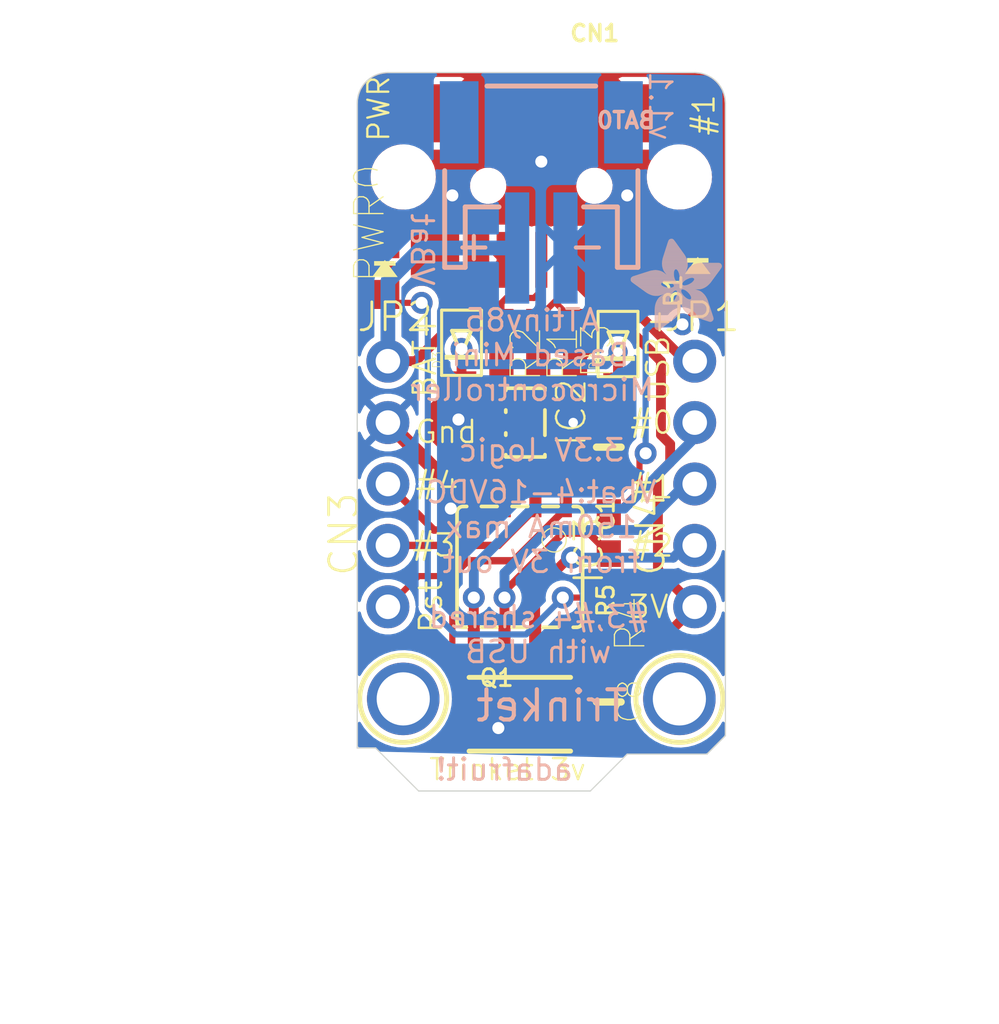
<source format=kicad_pcb>
(kicad_pcb (version 20221018) (generator pcbnew)
  (layers (0 "F.Cu" signal) (1 "In1.Cu" signal) (2 "In2.Cu" signal) (3 "In3.Cu" signal) (4 "In4.Cu" signal) (5 "In5.Cu" signal) (6 "In6.Cu" signal) (7 "In7.Cu" signal) (8 "In8.Cu" signal) (9 "In9.Cu" signal) (10 "In10.Cu" signal) (11 "In11.Cu" signal) (12 "In12.Cu" signal) (13 "In13.Cu" signal) (14 "In14.Cu" signal) (31 "B.Cu" signal) (34 "B.Paste" user) (35 "F.Paste" user) (36 "B.SilkS" user "B.Silkscreen") (37 "F.SilkS" user "F.Silkscreen") (38 "B.Mask" user) (39 "F.Mask" user) (44 "Edge.Cuts" user))
  (net 0 "")
  (net 1 "GND")
  (net 2 "+3V3")
  (net 3 "D+")
  (net 4 "D-")
  (net 5 "VBUS")
  (net 6 "B0")
  (net 7 "B2")
  (net 8 "B1")
  (net 9 "N$6")
  (net 10 "VBAT")
  (net 11 "N$7")
  (net 12 "RESET")
  (net 13 "B3")
  (net 14 "B4")
  (net 15 "N$1")
  (footprint "" (layer "F.Cu") (at 142.7861 94.4626)
    (fp_text reference "@HOLE0" hide)
    (fp_text value "" (at 0 0) (layer "F.SilkS") (effects (font (size 1.27 1.27))))
    (pad "" np_thru_hole circle (at 0 0) (size 2.2 2.2) (drill 2.2) (layers "*.Cu" "*.Mask"))
  )
  (footprint "working:0603-NO" (layer "F.Cu") (at 151.2951 109.1946 -90)
    (fp_text reference "R5" (at 2.032 0.127 90) (layer "F.SilkS") (effects (font (size 0.692831 0.692831) (thickness 0.119969)) (justify right)))
    (fp_text value "470 (0603)")
    (pad "1" smd rect (at -0.85 0 270) (size 1.1 1) (layers "F.Cu" "F.Paste" "F.Mask") (net 15 "N$1"))
    (pad "2" smd rect (at 0.85 0 270) (size 1.1 1) (layers "F.Cu" "F.Paste" "F.Mask") (net 8 "B1"))
  )
  (footprint "working:0603-NO" (layer "F.Cu") (at 151.2951 112.6236 -90)
    (fp_text reference "R4" (at -0.889 -0.889 90) (layer "F.SilkS") (effects (font (size 1.21668 1.21668) (thickness 0.05332)) (justify right)))
    (fp_text value "470 (0603)")
    (pad "1" smd rect (at -0.85 0 270) (size 1.1 1) (layers "F.Cu" "F.Paste" "F.Mask") (net 9 "N$6"))
    (pad "2" smd rect (at 0.85 0 270) (size 1.1 1) (layers "F.Cu" "F.Paste" "F.Mask") (net 2 "+3V3"))
  )
  (footprint "working:MOUNTINGHOLE_2.0_PLATED" (layer "F.Cu") (at 154.2161 116.0526)
    (fp_text reference "U$9" hide)
    (fp_text value "MOUNTINGHOLE2.0" hide)
    (pad "P$1" thru_hole circle (at 0 0) (size 3 3) (drill 2.2) (layers "*.Cu" "*.Mask"))
    (zone (net 0) (net_name "") (layer "F.Cu") (connect_pads (clearance 0)) (min_thickness 0.25)
      (keepout (tracks not_allowed) (vias not_allowed) (pads not_allowed) (copperpour not_allowed) (footprints allowed))
      (fill (thermal_gap 0.5) (thermal_bridge_width 0.5))
      (polygon (pts (xy 156.2321 116.0526) (xy 156.21248 115.772027) (xy 156.154004 115.496915) (xy 156.057808 115.232619) (xy 155.925765 114.984283) (xy 155.760446 114.75674) (xy 155.565067 114.55442) (xy 155.343433 114.38126) (xy 155.099856 114.240631) (xy 154.839078 114.13527) (xy 154.566175 114.067228) (xy 154.286457 114.037828) (xy 154.005371 114.047644) (xy 153.728385 114.096484) (xy 153.460893 114.183397) (xy 153.2081 114.306693) (xy 152.974926 114.46397) (xy 152.765911 114.652169) (xy 152.585122 114.867625) (xy 152.436078 115.106145) (xy 152.32168 115.363087) (xy 152.244154 115.63345) (xy 152.205011 115.911971) (xy 152.205011 116.193229) (xy 152.244154 116.47175) (xy 152.32168 116.742113) (xy 152.436078 116.999055) (xy 152.585122 117.237575) (xy 152.765911 117.453031) (xy 152.974926 117.64123) (xy 153.2081 117.798507) (xy 153.460893 117.921803) (xy 153.728385 118.008716) (xy 154.005371 118.057556) (xy 154.286457 118.067372) (xy 154.566175 118.037972) (xy 154.839078 117.96993) (xy 155.099856 117.864569) (xy 155.343433 117.72394) (xy 155.565067 117.55078) (xy 155.760446 117.34846) (xy 155.925765 117.120917) (xy 156.057808 116.872581) (xy 156.154004 116.608285) (xy 156.21248 116.333173)))
      (polygon (pts (xy 154.2001 116.0526) (xy 154.204786 116.063914) (xy 154.2161 116.0686) (xy 154.227414 116.063914) (xy 154.2321 116.0526) (xy 154.227414 116.041286) (xy 154.2161 116.0366) (xy 154.204786 116.041286)))
    )
    (zone (net 0) (net_name "") (layer "B.Cu") (connect_pads (clearance 0)) (min_thickness 0.25)
      (keepout (tracks not_allowed) (vias not_allowed) (pads not_allowed) (copperpour not_allowed) (footprints allowed))
      (fill (thermal_gap 0.5) (thermal_bridge_width 0.5))
      (polygon (pts (xy 156.2321 116.0526) (xy 156.21248 115.772027) (xy 156.154004 115.496915) (xy 156.057808 115.232619) (xy 155.925765 114.984283) (xy 155.760446 114.75674) (xy 155.565067 114.55442) (xy 155.343433 114.38126) (xy 155.099856 114.240631) (xy 154.839078 114.13527) (xy 154.566175 114.067228) (xy 154.286457 114.037828) (xy 154.005371 114.047644) (xy 153.728385 114.096484) (xy 153.460893 114.183397) (xy 153.2081 114.306693) (xy 152.974926 114.46397) (xy 152.765911 114.652169) (xy 152.585122 114.867625) (xy 152.436078 115.106145) (xy 152.32168 115.363087) (xy 152.244154 115.63345) (xy 152.205011 115.911971) (xy 152.205011 116.193229) (xy 152.244154 116.47175) (xy 152.32168 116.742113) (xy 152.436078 116.999055) (xy 152.585122 117.237575) (xy 152.765911 117.453031) (xy 152.974926 117.64123) (xy 153.2081 117.798507) (xy 153.460893 117.921803) (xy 153.728385 118.008716) (xy 154.005371 118.057556) (xy 154.286457 118.067372) (xy 154.566175 118.037972) (xy 154.839078 117.96993) (xy 155.099856 117.864569) (xy 155.343433 117.72394) (xy 155.565067 117.55078) (xy 155.760446 117.34846) (xy 155.925765 117.120917) (xy 156.057808 116.872581) (xy 156.154004 116.608285) (xy 156.21248 116.333173)))
      (polygon (pts (xy 154.2001 116.0526) (xy 154.204786 116.063914) (xy 154.2161 116.0686) (xy 154.227414 116.063914) (xy 154.2321 116.0526) (xy 154.227414 116.041286) (xy 154.2161 116.0366) (xy 154.204786 116.041286)))
    )
  )
  (footprint "working:SOT23-5L" (layer "F.Cu") (at 147.8407 104.6226 -90)
    (fp_text reference "IC2" (at -1.905 -1.905 90) (layer "F.SilkS") (effects (font (size 1.176528 1.176528) (thickness 0.093472)) (justify right)))
    (fp_text value "MIC5225-3.3v")
    (pad "1" smd rect (at -0.95 1.3 270) (size 0.55 1.2) (layers "F.Cu" "F.Paste" "F.Mask") (net 11 "N$7"))
    (pad "2" smd rect (at 0 1.3 270) (size 0.55 1.2) (layers "F.Cu" "F.Paste" "F.Mask") (net 1 "GND"))
    (pad "3" smd rect (at 0.95 1.3 270) (size 0.55 1.2) (layers "F.Cu" "F.Paste" "F.Mask") (net 11 "N$7"))
    (pad "4" smd rect (at 0.95 -1.3 270) (size 0.55 1.2) (layers "F.Cu" "F.Paste" "F.Mask"))
    (pad "5" smd rect (at -0.95 -1.3 270) (size 0.55 1.2) (layers "F.Cu" "F.Paste" "F.Mask") (net 2 "+3V3"))
  )
  (footprint "working:0603-NO" (layer "F.Cu") (at 149.8981 101.3206 -90)
    (fp_text reference "R3" (at -0.889 -0.889 90) (layer "F.SilkS") (effects (font (size 1.21668 1.21668) (thickness 0.05332)) (justify right)))
    (fp_text value "1.5K (0603)")
    (pad "1" smd rect (at -0.85 0 270) (size 1.1 1) (layers "F.Cu" "F.Paste" "F.Mask") (net 4 "D-"))
    (pad "2" smd rect (at 0.85 0 270) (size 1.1 1) (layers "F.Cu" "F.Paste" "F.Mask") (net 2 "+3V3"))
  )
  (footprint "working:1X01-CLEANBIG" (layer "F.Cu") (at 154.8511 102.0826)
    (fp_text reference "JP1" (at -1.3462 -1.8288) (layer "F.SilkS") (effects (font (size 1.1557 1.1557) (thickness 0.1143)) (justify left)))
    (fp_text value "")
    (pad "1" thru_hole circle (at 0 0) (size 1.778 1.778) (drill 1.016) (layers "*.Cu" "*.Mask") (net 5 "VBUS"))
  )
  (footprint "working:USB-MINIB" (layer "F.Cu") (at 148.5011 93.8276 180)
    (fp_text reference "CN1" (at -3.31 5.699 180) (layer "F.SilkS") (effects (font (size 0.666496 0.666496) (thickness 0.146304)) (justify right top)))
    (fp_text value "")
    (pad "" np_thru_hole circle (at -2.2 -1 180) (size 1 1) (drill 1) (layers "*.Cu" "*.Mask"))
    (pad "" np_thru_hole circle (at 2.2 -1 180) (size 1 1) (drill 1) (layers "*.Cu" "*.Mask"))
    (pad "D+" smd rect (at 0 -4.064) (size 0.5 2.308) (layers "F.Cu" "F.Paste" "F.Mask") (net 3 "D+"))
    (pad "D-" smd rect (at -0.8 -4.064) (size 0.5 2.308) (layers "F.Cu" "F.Paste" "F.Mask") (net 4 "D-"))
    (pad "GND" smd rect (at 1.6 -4.064) (size 0.5 2.308) (layers "F.Cu" "F.Paste" "F.Mask") (net 1 "GND"))
    (pad "GND1" smd rect (at -4.4 2 180) (size 2 2.4) (layers "F.Cu" "F.Paste" "F.Mask") (net 1 "GND"))
    (pad "GND2" smd rect (at -4.4 -3.5 180) (size 2 2.4) (layers "F.Cu" "F.Paste" "F.Mask") (net 1 "GND"))
    (pad "GND3" smd rect (at 4.4 -3.5 180) (size 2 2.4) (layers "F.Cu" "F.Paste" "F.Mask") (net 1 "GND"))
    (pad "GND4" smd rect (at 4.4 2 180) (size 2 2.4) (layers "F.Cu" "F.Paste" "F.Mask") (net 1 "GND"))
    (pad "ID" smd rect (at 0.8 -4.064) (size 0.5 2.308) (layers "F.Cu" "F.Paste" "F.Mask"))
    (pad "VBUS" smd rect (at -1.6 -4.064) (size 0.5 2.308) (layers "F.Cu" "F.Paste" "F.Mask") (net 5 "VBUS"))
  )
  (footprint "working:SOIC8" (layer "F.Cu") (at 147.6121 110.5916 180)
    (fp_text reference "IC3" (at -2.8575 2.159 90) (layer "F.SilkS") (effects (font (size 1.1557 1.1557) (thickness 0.1143)) (justify right)))
    (fp_text value "ATTINY85-20S")
    (pad "1" smd rect (at -1.905 3.154 180) (size 0.5 2.2) (layers "F.Cu" "F.Paste" "F.Mask") (net 12 "RESET"))
    (pad "2" smd rect (at -0.645 3.154 180) (size 0.5 2.2) (layers "F.Cu" "F.Paste" "F.Mask") (net 13 "B3"))
    (pad "3" smd rect (at 0.625 3.154 180) (size 0.5 2.2) (layers "F.Cu" "F.Paste" "F.Mask") (net 14 "B4"))
    (pad "4" smd rect (at 1.895 3.154 180) (size 0.5 2.2) (layers "F.Cu" "F.Paste" "F.Mask") (net 1 "GND"))
    (pad "5" smd rect (at 1.905 -3.154 180) (size 0.5 2.2) (layers "F.Cu" "F.Paste" "F.Mask") (net 6 "B0"))
    (pad "6" smd rect (at 0.635 -3.154 180) (size 0.5 2.2) (layers "F.Cu" "F.Paste" "F.Mask") (net 8 "B1"))
    (pad "7" smd rect (at -0.635 -3.154 180) (size 0.5 2.2) (layers "F.Cu" "F.Paste" "F.Mask") (net 7 "B2"))
    (pad "8" smd rect (at -1.905 -3.154 180) (size 0.5 2.2) (layers "F.Cu" "F.Paste" "F.Mask") (net 2 "+3V3"))
  )
  (footprint "working:FIDUCIAL_1MM" (layer "F.Cu") (at 148.0566 116.4336)
    (fp_text reference "U$6" hide)
    (fp_text value "FIDUCIAL" hide)
    (pad "1" smd roundrect (at 0 0) (size 1 1) (layers "F.Cu") (roundrect_rratio 0.5))
    (zone (net 0) (net_name "") (layer "F.Cu") (connect_pads (clearance 0)) (min_thickness 0.25)
      (keepout (tracks not_allowed) (vias not_allowed) (pads not_allowed) (copperpour not_allowed) (footprints allowed))
      (fill (thermal_gap 0.5) (thermal_bridge_width 0.5))
      (polygon (pts (xy 147.0566 116.4336) (xy 147.0566 116.4336) (xy 147.075815 116.62869) (xy 147.13272 116.816283) (xy 147.22513 116.98917) (xy 147.349493 117.140707) (xy 147.50103 117.26507) (xy 147.673917 117.35748) (xy 148.0566 117.4336) (xy 148.0566 117.4336) (xy 148.25169 117.414385) (xy 148.439283 117.35748) (xy 148.61217 117.26507) (xy 148.763707 117.140707) (xy 148.88807 116.98917) (xy 148.98048 116.816283) (xy 149.0566 116.4336) (xy 149.0566 116.4336) (xy 149.037385 116.23851) (xy 148.98048 116.050917) (xy 148.88807 115.87803) (xy 148.763707 115.726493) (xy 148.61217 115.60213) (xy 148.439283 115.50972) (xy 148.0566 115.4336) (xy 148.0566 115.4336) (xy 147.86151 115.452815) (xy 147.673917 115.50972) (xy 147.50103 115.60213) (xy 147.349493 115.726493) (xy 147.22513 115.87803) (xy 147.13272 116.050917)))
    )
  )
  (footprint "working:CHIPLED_0805_NOOUTLINE" (layer "F.Cu") (at 154.9781 98.1456)
    (fp_text reference "B1" (at -1.016 1.778 90) (layer "F.SilkS") (effects (font (size 0.692831 0.692831) (thickness 0.119969)) (justify left)))
    (fp_text value "red")
    (pad "A" smd rect (at 0 1.05) (size 1.2 1.2) (layers "F.Cu" "F.Paste" "F.Mask") (net 15 "N$1"))
    (pad "C" smd rect (at 0 -1.05) (size 1.2 1.2) (layers "F.Cu" "F.Paste" "F.Mask") (net 1 "GND"))
  )
  (footprint "working:CHIPLED_0805_NOOUTLINE" (layer "F.Cu") (at 142.0241 98.2726)
    (fp_text reference "PWR0" (at -0.635 0.635 90) (layer "F.SilkS") (effects (font (size 1.21668 1.21668) (thickness 0.05332)) (justify left)))
    (fp_text value "green")
    (pad "A" smd rect (at 0 1.05) (size 1.2 1.2) (layers "F.Cu" "F.Paste" "F.Mask") (net 9 "N$6"))
    (pad "C" smd rect (at 0 -1.05) (size 1.2 1.2) (layers "F.Cu" "F.Paste" "F.Mask") (net 1 "GND"))
  )
  (footprint "working:SOD-123FL" (layer "F.Cu") (at 145.1991 101.3206 90)
    (fp_text reference "D3" (at -1.1 -1 90) (layer "F.SilkS") (effects (font (size 0.376489 0.376489) (thickness 0.029911)) (justify left)))
    (fp_text value "SCHOTTKY")
    (pad "A" smd rect (at 1.6375 0 90) (size 0.91 1.22) (layers "F.Cu" "F.Paste" "F.Mask") (net 10 "VBAT"))
    (pad "C" smd rect (at -1.6375 0 90) (size 0.91 1.22) (layers "F.Cu" "F.Paste" "F.Mask") (net 11 "N$7"))
  )
  (footprint "working:MOUNTINGHOLE_2.0_PLATED" (layer "F.Cu") (at 142.7861 116.0526)
    (fp_text reference "U$8" hide)
    (fp_text value "MOUNTINGHOLE2.0" hide)
    (pad "P$1" thru_hole circle (at 0 0) (size 3 3) (drill 2.2) (layers "*.Cu" "*.Mask"))
    (zone (net 0) (net_name "") (layer "F.Cu") (connect_pads (clearance 0)) (min_thickness 0.25)
      (keepout (tracks not_allowed) (vias not_allowed) (pads not_allowed) (copperpour not_allowed) (footprints allowed))
      (fill (thermal_gap 0.5) (thermal_bridge_width 0.5))
      (polygon (pts (xy 144.8021 116.0526) (xy 144.78248 115.772027) (xy 144.724004 115.496915) (xy 144.627808 115.232619) (xy 144.495765 114.984283) (xy 144.330446 114.75674) (xy 144.135067 114.55442) (xy 143.913433 114.38126) (xy 143.669856 114.240631) (xy 143.409078 114.13527) (xy 143.136175 114.067228) (xy 142.856457 114.037828) (xy 142.575371 114.047644) (xy 142.298385 114.096484) (xy 142.030893 114.183397) (xy 141.7781 114.306693) (xy 141.544926 114.46397) (xy 141.335911 114.652169) (xy 141.155122 114.867625) (xy 141.006078 115.106145) (xy 140.89168 115.363087) (xy 140.814154 115.63345) (xy 140.775011 115.911971) (xy 140.775011 116.193229) (xy 140.814154 116.47175) (xy 140.89168 116.742113) (xy 141.006078 116.999055) (xy 141.155122 117.237575) (xy 141.335911 117.453031) (xy 141.544926 117.64123) (xy 141.7781 117.798507) (xy 142.030893 117.921803) (xy 142.298385 118.008716) (xy 142.575371 118.057556) (xy 142.856457 118.067372) (xy 143.136175 118.037972) (xy 143.409078 117.96993) (xy 143.669856 117.864569) (xy 143.913433 117.72394) (xy 144.135067 117.55078) (xy 144.330446 117.34846) (xy 144.495765 117.120917) (xy 144.627808 116.872581) (xy 144.724004 116.608285) (xy 144.78248 116.333173)))
      (polygon (pts (xy 142.7701 116.0526) (xy 142.774786 116.063914) (xy 142.7861 116.0686) (xy 142.797414 116.063914) (xy 142.8021 116.0526) (xy 142.797414 116.041286) (xy 142.7861 116.0366) (xy 142.774786 116.041286)))
    )
    (zone (net 0) (net_name "") (layer "B.Cu") (connect_pads (clearance 0)) (min_thickness 0.25)
      (keepout (tracks not_allowed) (vias not_allowed) (pads not_allowed) (copperpour not_allowed) (footprints allowed))
      (fill (thermal_gap 0.5) (thermal_bridge_width 0.5))
      (polygon (pts (xy 144.8021 116.0526) (xy 144.78248 115.772027) (xy 144.724004 115.496915) (xy 144.627808 115.232619) (xy 144.495765 114.984283) (xy 144.330446 114.75674) (xy 144.135067 114.55442) (xy 143.913433 114.38126) (xy 143.669856 114.240631) (xy 143.409078 114.13527) (xy 143.136175 114.067228) (xy 142.856457 114.037828) (xy 142.575371 114.047644) (xy 142.298385 114.096484) (xy 142.030893 114.183397) (xy 141.7781 114.306693) (xy 141.544926 114.46397) (xy 141.335911 114.652169) (xy 141.155122 114.867625) (xy 141.006078 115.106145) (xy 140.89168 115.363087) (xy 140.814154 115.63345) (xy 140.775011 115.911971) (xy 140.775011 116.193229) (xy 140.814154 116.47175) (xy 140.89168 116.742113) (xy 141.006078 116.999055) (xy 141.155122 117.237575) (xy 141.335911 117.453031) (xy 141.544926 117.64123) (xy 141.7781 117.798507) (xy 142.030893 117.921803) (xy 142.298385 118.008716) (xy 142.575371 118.057556) (xy 142.856457 118.067372) (xy 143.136175 118.037972) (xy 143.409078 117.96993) (xy 143.669856 117.864569) (xy 143.913433 117.72394) (xy 144.135067 117.55078) (xy 144.330446 117.34846) (xy 144.495765 117.120917) (xy 144.627808 116.872581) (xy 144.724004 116.608285) (xy 144.78248 116.333173)))
      (polygon (pts (xy 142.7701 116.0526) (xy 142.774786 116.063914) (xy 142.7861 116.0686) (xy 142.797414 116.063914) (xy 142.8021 116.0526) (xy 142.797414 116.041286) (xy 142.7861 116.0366) (xy 142.774786 116.041286)))
    )
  )
  (footprint "working:1X04-CLEANBIG" (layer "F.Cu") (at 154.8511 108.4326 90)
    (fp_text reference "CN4" (at -2.6162 -1.8288 90) (layer "F.SilkS") (effects (font (size 1.1557 1.1557) (thickness 0.1143)) (justify left)))
    (fp_text value "1X4-CLEANBIG" hide)
    (pad "1" thru_hole circle (at -3.81 0 180) (size 1.778 1.778) (drill 1.016) (layers "*.Cu" "*.Mask") (net 2 "+3V3"))
    (pad "2" thru_hole circle (at -1.27 0 180) (size 1.778 1.778) (drill 1.016) (layers "*.Cu" "*.Mask") (net 7 "B2"))
    (pad "3" thru_hole circle (at 1.27 0 180) (size 1.778 1.778) (drill 1.016) (layers "*.Cu" "*.Mask") (net 8 "B1"))
    (pad "4" thru_hole circle (at 3.81 0 180) (size 1.778 1.778) (drill 1.016) (layers "*.Cu" "*.Mask") (net 6 "B0"))
  )
  (footprint "working:1X01-CLEANBIG" (layer "F.Cu") (at 142.1511 102.0826)
    (fp_text reference "JP2" (at -1.3462 -1.8288) (layer "F.SilkS") (effects (font (size 1.1557 1.1557) (thickness 0.1143)) (justify left)))
    (fp_text value "")
    (pad "1" thru_hole circle (at 0 0) (size 1.778 1.778) (drill 1.016) (layers "*.Cu" "*.Mask") (net 10 "VBAT"))
  )
  (footprint "working:0805-NO" (layer "F.Cu") (at 151.2951 116.1796 -90)
    (fp_text reference "C8" (at -1 -0.875 90) (layer "F.SilkS") (effects (font (size 0.96268 0.96268) (thickness 0.05332)) (justify right)))
    (fp_text value "10uF")
    (pad "1" smd rect (at -0.95 0 270) (size 1.3 1.5) (layers "F.Cu" "F.Paste" "F.Mask") (net 2 "+3V3"))
    (pad "2" smd rect (at 0.95 0 270) (size 1.3 1.5) (layers "F.Cu" "F.Paste" "F.Mask") (net 1 "GND"))
  )
  (footprint "working:0603-NO" (layer "F.Cu") (at 146.8501 101.3206 -90)
    (fp_text reference "R2" (at -0.762 -1.016 90) (layer "F.SilkS") (effects (font (size 1.21668 1.21668) (thickness 0.05332)) (justify right)))
    (fp_text value "68 (0603)")
    (pad "1" smd rect (at -0.85 0 270) (size 1.1 1) (layers "F.Cu" "F.Paste" "F.Mask") (net 3 "D+"))
    (pad "2" smd rect (at 0.85 0 270) (size 1.1 1) (layers "F.Cu" "F.Paste" "F.Mask") (net 14 "B4"))
  )
  (footprint "working:SOD-123FL" (layer "F.Cu") (at 151.6761 101.3714 90)
    (fp_text reference "D2" (at -1.1 -1 90) (layer "F.SilkS") (effects (font (size 0.376489 0.376489) (thickness 0.029911)) (justify left)))
    (fp_text value "SCHOTTKY")
    (pad "A" smd rect (at 1.6375 0 90) (size 0.91 1.22) (layers "F.Cu" "F.Paste" "F.Mask") (net 5 "VBUS"))
    (pad "C" smd rect (at -1.6375 0 90) (size 0.91 1.22) (layers "F.Cu" "F.Paste" "F.Mask") (net 11 "N$7"))
  )
  (footprint "working:0603-NO" (layer "F.Cu") (at 148.3741 101.3206 -90)
    (fp_text reference "R1" (at -0.762 -1.016 90) (layer "F.SilkS") (effects (font (size 1.21668 1.21668) (thickness 0.05332)) (justify right)))
    (fp_text value "68 (0603)")
    (pad "1" smd rect (at -0.85 0 270) (size 1.1 1) (layers "F.Cu" "F.Paste" "F.Mask") (net 4 "D-"))
    (pad "2" smd rect (at 0.85 0 270) (size 1.1 1) (layers "F.Cu" "F.Paste" "F.Mask") (net 13 "B3"))
  )
  (footprint "working:BTN_KMR2_4.6X2.8" (layer "F.Cu") (at 147.6121 116.6876)
    (fp_text reference "Q1" (at -1.732 -1.503) (layer "F.SilkS") (effects (font (size 0.692831 0.692831) (thickness 0.119969)) (justify left)))
    (fp_text value "reset")
    (pad "A" smd rect (at 2.05 -0.8) (size 0.9 1) (layers "F.Cu" "F.Paste" "F.Mask") (net 12 "RESET"))
    (pad "A'" smd rect (at -2.05 -0.8) (size 0.9 1) (layers "F.Cu" "F.Paste" "F.Mask") (net 12 "RESET"))
    (pad "B" smd rect (at 2.05 0.8) (size 0.9 1) (layers "F.Cu" "F.Paste" "F.Mask") (net 1 "GND"))
    (pad "B'" smd rect (at -2.05 0.8) (size 0.9 1) (layers "F.Cu" "F.Paste" "F.Mask") (net 1 "GND"))
  )
  (footprint "working:FIDUCIAL_1MM" (layer "F.Cu") (at 148.5011 91.1606)
    (fp_text reference "U$1" hide)
    (fp_text value "FIDUCIAL" hide)
    (pad "1" smd roundrect (at 0 0) (size 1 1) (layers "F.Cu") (roundrect_rratio 0.5))
    (zone (net 0) (net_name "") (layer "F.Cu") (connect_pads (clearance 0)) (min_thickness 0.25)
      (keepout (tracks not_allowed) (vias not_allowed) (pads not_allowed) (copperpour not_allowed) (footprints allowed))
      (fill (thermal_gap 0.5) (thermal_bridge_width 0.5))
      (polygon (pts (xy 147.5011 91.1606) (xy 147.5011 91.1606) (xy 147.520315 91.35569) (xy 147.57722 91.543283) (xy 147.66963 91.71617) (xy 147.793993 91.867707) (xy 147.94553 91.99207) (xy 148.118417 92.08448) (xy 148.5011 92.1606) (xy 148.5011 92.1606) (xy 148.69619 92.141385) (xy 148.883783 92.08448) (xy 149.05667 91.99207) (xy 149.208207 91.867707) (xy 149.33257 91.71617) (xy 149.42498 91.543283) (xy 149.5011 91.1606) (xy 149.5011 91.1606) (xy 149.481885 90.96551) (xy 149.42498 90.777917) (xy 149.33257 90.60503) (xy 149.208207 90.453493) (xy 149.05667 90.32913) (xy 148.883783 90.23672) (xy 148.5011 90.1606) (xy 148.5011 90.1606) (xy 148.30601 90.179815) (xy 148.118417 90.23672) (xy 147.94553 90.32913) (xy 147.793993 90.453493) (xy 147.66963 90.60503) (xy 147.57722 90.777917)))
    )
  )
  (footprint "" (layer "F.Cu") (at 154.2161 94.4626)
    (fp_text reference "@HOLE1" hide)
    (fp_text value "" (at 0 0) (layer "F.SilkS") (effects (font (size 1.27 1.27))))
    (pad "" np_thru_hole circle (at 0 0) (size 2.2 2.2) (drill 2.2) (layers "*.Cu" "*.Mask"))
  )
  (footprint "working:0805-NO" (layer "F.Cu") (at 151.2951 105.6386 -90)
    (fp_text reference "C1" (at 2.032 0.127 90) (layer "F.SilkS") (effects (font (size 0.692831 0.692831) (thickness 0.119969)) (justify right)))
    (fp_text value "10uF")
    (pad "1" smd rect (at -0.95 0 270) (size 1.3 1.5) (layers "F.Cu" "F.Paste" "F.Mask") (net 11 "N$7"))
    (pad "2" smd rect (at 0.95 0 270) (size 1.3 1.5) (layers "F.Cu" "F.Paste" "F.Mask") (net 1 "GND"))
  )
  (footprint "working:1X04-CLEANBIG" (layer "F.Cu") (at 142.1511 108.4326 90)
    (fp_text reference "CN3" (at -2.6162 -1.8288 90) (layer "F.SilkS") (effects (font (size 1.1557 1.1557) (thickness 0.1143)) (justify left)))
    (fp_text value "1X4-CLEANBIG" hide)
    (pad "1" thru_hole circle (at -3.81 0 180) (size 1.778 1.778) (drill 1.016) (layers "*.Cu" "*.Mask") (net 12 "RESET"))
    (pad "2" thru_hole circle (at -1.27 0 180) (size 1.778 1.778) (drill 1.016) (layers "*.Cu" "*.Mask") (net 13 "B3"))
    (pad "3" thru_hole circle (at 1.27 0 180) (size 1.778 1.778) (drill 1.016) (layers "*.Cu" "*.Mask") (net 14 "B4"))
    (pad "4" thru_hole circle (at 3.81 0 180) (size 1.778 1.778) (drill 1.016) (layers "*.Cu" "*.Mask") (net 1 "GND"))
  )
  (footprint "working:JSTPH2" (layer "B.Cu") (at 148.5011 93.7006 180)
    (fp_text reference "BAT0" (at -2.2225 1.9685) (layer "B.SilkS") (effects (font (size 0.666496 0.666496) (thickness 0.146304)) (justify right top mirror)))
    (fp_text value "")
    (pad "1" smd rect (at -1 -3.7 180) (size 1 4.6) (layers "B.Cu" "B.Paste" "B.Mask") (net 1 "GND"))
    (pad "2" smd rect (at 1 -3.7 180) (size 1 4.6) (layers "B.Cu" "B.Paste" "B.Mask") (net 10 "VBAT"))
    (pad "NC1" smd rect (at -3.4 1.5 90) (size 3.4 1.6) (layers "B.Cu" "B.Paste" "B.Mask"))
    (pad "NC2" smd rect (at 3.4 1.5 90) (size 3.4 1.6) (layers "B.Cu" "B.Paste" "B.Mask"))
  )
  (footprint "working:ADAFRUIT_3.5MM" (layer "B.Cu") (at 155.9941 100.8126 180)
    (fp_text reference "U$5" hide)
    (fp_text value "" hide)
  )
  (gr_line (start 156.1211 91.4146) (end 156.1211 117.5766) (stroke (width 0.05)) (layer "Edge.Cuts"))
  (gr_arc (start 154.8511 90.1446) (mid 155.749126 90.516574) (end 156.1211 91.4146) (stroke (width 0.05)) (layer "Edge.Cuts"))
  (gr_line (start 142.1511 90.1446) (end 154.8511 90.1446) (stroke (width 0.05)) (layer "Edge.Cuts"))
  (gr_line (start 141.6431 118.0846) (end 140.8811 118.0846) (stroke (width 0.05)) (layer "Edge.Cuts"))
  (gr_line (start 143.4211 119.8626) (end 141.6431 118.0846) (stroke (width 0.05)) (layer "Edge.Cuts"))
  (gr_line (start 155.3591 118.3386) (end 152.0571 118.3386) (stroke (width 0.05)) (layer "Edge.Cuts"))
  (gr_line (start 156.1211 117.5766) (end 155.3591 118.3386) (stroke (width 0.05)) (layer "Edge.Cuts"))
  (gr_line (start 140.8811 118.0846) (end 140.8811 91.4146) (stroke (width 0.05)) (layer "Edge.Cuts"))
  (gr_arc (start 140.8811 91.4146) (mid 141.253074 90.516574) (end 142.1511 90.1446) (stroke (width 0.05)) (layer "Edge.Cuts"))
  (gr_line (start 152.0571 118.3386) (end 150.5331 119.8626) (stroke (width 0.05)) (layer "Edge.Cuts"))
  (gr_line (start 150.5331 119.8626) (end 143.4211 119.8626) (stroke (width 0.05)) (layer "Edge.Cuts"))
  (gr_text "v1.1" (at 153.9621 90.0176 -90) (layer "B.SilkS") (effects (font (size 0.9144 0.9144) (thickness 0.1016)) (justify right top mirror)))
  (gr_text "#3,#4 shared\nwith USB" (at 148.3741 113.3856) (layer "B.SilkS") (effects (font (size 0.89408 0.89408) (thickness 0.12192)) (justify mirror)))
  (gr_text "VBat" (at 143.0401 99.0346 -90) (layer "B.SilkS") (effects (font (size 0.89408 0.89408) (thickness 0.12192)) (justify left bottom mirror)))
  (gr_text "+" (at 146.5961 98.0186) (layer "B.SilkS") (effects (font (size 1.251712 1.251712) (thickness 0.170688)) (justify left bottom mirror)))
  (gr_text "ATtiny85\nBased Mini \nMicrocontroller" (at 148.1201 101.8286) (layer "B.SilkS") (effects (font (size 0.89408 0.89408) (thickness 0.12192)) (justify mirror)))
  (gr_text "-" (at 151.2951 98.0186) (layer "B.SilkS") (effects (font (size 1.251712 1.251712) (thickness 0.170688)) (justify left bottom mirror)))
  (gr_text "adafruit!" (at 146.9771 118.9736) (layer "B.SilkS") (effects (font (size 0.89408 0.89408) (thickness 0.12192)) (justify mirror)))
  (gr_text "Trinket" (at 152.1841 117.0686) (layer "B.SilkS") (effects (font (size 1.251712 1.251712) (thickness 0.170688)) (justify left bottom mirror)))
  (gr_text "3.3V logic" (at 148.5011 105.7656) (layer "B.SilkS") (effects (font (size 0.89408 0.89408) (thickness 0.12192)) (justify mirror)))
  (gr_text "Vbat:4-16VDC\n150mA max\nfrom 3V out" (at 148.5011 108.9406) (layer "B.SilkS") (effects (font (size 0.89408 0.89408) (thickness 0.12192)) (justify mirror)))
  (gr_text "#3" (at 144.0561 109.7026) (layer "F.SilkS") (effects (font (size 0.9144 0.9144) (thickness 0.1016))))
  (gr_text "BAT+" (at 143.6751 101.8286 90) (layer "F.SilkS") (effects (font (size 0.9144 0.9144) (thickness 0.1016))))
  (gr_text "PWR" (at 142.2781 93.0656 90) (layer "F.SilkS") (effects (font (size 0.86868 0.86868) (thickness 0.09652)) (justify left bottom)))
  (gr_text "#0" (at 153.0731 104.6226) (layer "F.SilkS") (effects (font (size 0.9144 0.9144) (thickness 0.1016))))
  (gr_text "#2" (at 153.0731 109.7026) (layer "F.SilkS") (effects (font (size 0.9144 0.9144) (thickness 0.1016))))
  (gr_text "Gnd" (at 144.5641 105.0036) (layer "F.SilkS") (effects (font (size 0.9144 0.9144) (thickness 0.1016))))
  (gr_text "USB+" (at 153.3271 101.8286 90) (layer "F.SilkS") (effects (font (size 0.9144 0.9144) (thickness 0.1016))))
  (gr_text "#1" (at 153.0731 107.2896) (layer "F.SilkS") (effects (font (size 0.9144 0.9144) (thickness 0.1016))))
  (gr_text "Rst" (at 143.9291 112.2426 90) (layer "F.SilkS") (effects (font (size 0.9144 0.9144) (thickness 0.1016))))
  (gr_text "3V" (at 152.9461 112.2426) (layer "F.SilkS") (effects (font (size 0.9144 0.9144) (thickness 0.1016))))
  (gr_text "Trinket 3v" (at 147.1041 118.9736) (layer "F.SilkS") (effects (font (size 0.86868 0.86868) (thickness 0.09652))))
  (gr_text "#1" (at 155.7401 92.8116 90) (layer "F.SilkS") (effects (font (size 0.86868 0.86868) (thickness 0.09652)) (justify left bottom)))
  (gr_text "#4" (at 144.1831 107.1626) (layer "F.SilkS") (effects (font (size 0.9144 0.9144) (thickness 0.1016))))
  (segment (start 150.8481 106.5886) (end 151.2951 106.5886) (width 0.254) (layer "F.Cu") (net 1))
  (segment (start 145.7171 108.0416) (end 144.8916 108.0416) (width 0.3048) (layer "F.Cu") (net 1))
  (segment (start 145.7171 107.4376) (end 145.7171 107.6806) (width 0.3048) (layer "F.Cu") (net 1))
  (segment (start 144.1831 106.6546) (end 145.5801 106.6546) (width 0.6096) (layer "F.Cu") (net 1))
  (segment (start 145.7171 107.6806) (end 145.7171 108.0416) (width 0.4064) (layer "F.Cu") (net 1))
  (segment (start 146.7231 117.4876) (end 146.8756 117.6401) (width 0.254) (layer "F.Cu") (net 1))
  (segment (start 145.5801 106.6546) (end 145.7171 106.7916) (width 0.3048) (layer "F.Cu") (net 1))
  (segment (start 144.8916 108.0416) (end 144.7546 108.1786) (width 0.3048) (layer "F.Cu") (net 1))
  (segment (start 149.8219 104.6226) (end 150.1521 104.9528) (width 0.254) (layer "F.Cu") (net 1))
  (segment (start 149.5171 117.6326) (end 149.6621 117.4876) (width 0.254) (layer "F.Cu") (net 1))
  (segment (start 145.5621 117.4876) (end 146.7231 117.4876) (width 0.254) (layer "F.Cu") (net 1))
  (segment (start 145.7171 106.7916) (end 145.7171 107.4376) (width 0.3048) (layer "F.Cu") (net 1))
  (segment (start 146.8756 117.6401) (end 149.5171 117.6401) (width 0.254) (layer "F.Cu") (net 1))
  (segment (start 150.1521 104.9528) (end 150.1521 105.8926) (width 0.254) (layer "F.Cu") (net 1))
  (segment (start 146.7231 117.2591) (end 146.7231 117.4876) (width 0.254) (layer "F.Cu") (net 1))
  (segment (start 146.5407 104.6226) (end 145.1991 104.6226) (width 0.4064) (layer "F.Cu") (net 1))
  (segment (start 145.1991 104.6226) (end 145.0721 104.4956) (width 0.4064) (layer "F.Cu") (net 1))
  (segment (start 149.5171 117.6401) (end 149.5171 117.6326) (width 0.254) (layer "F.Cu") (net 1))
  (segment (start 150.1521 105.8926) (end 150.8481 106.5886) (width 0.254) (layer "F.Cu") (net 1))
  (segment (start 142.1511 104.6226) (end 144.1831 106.6546) (width 0.6096) (layer "F.Cu") (net 1))
  (segment (start 150.9371 117.4876) (end 151.2951 117.1296) (width 0.4064) (layer "F.Cu") (net 1))
  (segment (start 149.6621 117.4876) (end 150.9371 117.4876) (width 0.4064) (layer "F.Cu") (net 1))
  (via (at 144.8181 95.2246) (size 0.9064) (drill 0.5) (layers "F.Cu" "B.Cu") (net 1))
  (via (at 145.0721 104.4956) (size 0.9064) (drill 0.5) (layers "F.Cu" "B.Cu") (net 1))
  (via (at 144.7546 108.1786) (size 0.9064) (drill 0.5) (layers "F.Cu" "B.Cu") (net 1))
  (via (at 146.7231 117.2591) (size 0.9064) (drill 0.5) (layers "F.Cu" "B.Cu") (net 1))
  (via (at 148.5011 93.8276) (size 0.9064) (drill 0.5) (layers "F.Cu" "B.Cu") (net 1))
  (via (at 152.0571 95.2246) (size 0.9064) (drill 0.5) (layers "F.Cu" "B.Cu") (net 1))
  (via (at 149.8219 104.6226) (size 0.8001) (drill 0.3937) (layers "F.Cu" "B.Cu") (net 1))
  (segment (start 153.4541 105.1306) (end 153.8351 105.5116) (width 0.4064) (layer "F.Cu") (net 2))
  (segment (start 149.8981 102.1706) (end 151.3831 100.6856) (width 0.4064) (layer "F.Cu") (net 2))
  (segment (start 152.0571 100.6856) (end 151.3831 100.6856) (width 0.4064) (layer "F.Cu") (net 2))
  (segment (start 151.2501 113.7456) (end 151.2501 115.1846) (width 0.4064) (layer "F.Cu") (net 2))
  (segment (start 151.2951 113.4736) (end 153.6201 113.4736) (width 0.4064) (layer "F.Cu") (net 2))
  (segment (start 153.8351 105.5116) (end 153.8351 106.2736) (width 0.4064) (layer "F.Cu") (net 2))
  (segment (start 153.4541 102.0826) (end 152.0571 100.6856) (width 0.4064) (layer "F.Cu") (net 2))
  (segment (start 151.2951 113.7006) (end 151.2951 113.4736) (width 0.254) (layer "F.Cu") (net 2))
  (segment (start 153.8351 106.2736) (end 153.3271 106.7816) (width 0.4064) (layer "F.Cu") (net 2))
  (segment (start 153.3271 106.7816) (end 153.3271 110.7186) (width 0.4064) (layer "F.Cu") (net 2))
  (segment (start 153.3271 110.7186) (end 154.8511 112.2426) (width 0.4064) (layer "F.Cu") (net 2))
  (segment (start 149.8981 103.6726) (end 149.8981 102.1706) (width 0.4064) (layer "F.Cu") (net 2))
  (segment (start 151.2501 113.7456) (end 151.2951 113.7006) (width 0.254) (layer "F.Cu") (net 2))
  (segment (start 151.2501 115.1846) (end 151.2951 115.2296) (width 0.4064) (layer "F.Cu") (net 2))
  (segment (start 153.6201 113.4736) (end 154.8511 112.2426) (width 0.4064) (layer "F.Cu") (net 2))
  (segment (start 149.5171 113.7456) (end 151.2501 113.7456) (width 0.4064) (layer "F.Cu") (net 2))
  (segment (start 149.1407 103.6726) (end 149.8981 103.6726) (width 0.4064) (layer "F.Cu") (net 2))
  (segment (start 153.4541 102.0826) (end 153.4541 105.1306) (width 0.4064) (layer "F.Cu") (net 2))
  (segment (start 148.5011 99.1616) (end 148.1963 99.4664) (width 0.254) (layer "F.Cu") (net 3))
  (segment (start 148.5011 99.1616) (end 148.5011 97.8916) (width 0.254) (layer "F.Cu") (net 3))
  (segment (start 146.8501 99.6696) (end 146.8501 100.4706) (width 0.254) (layer "F.Cu") (net 3))
  (segment (start 147.0533 99.4664) (end 146.8501 99.6696) (width 0.254) (layer "F.Cu") (net 3))
  (segment (start 148.1963 99.4664) (end 147.0533 99.4664) (width 0.254) (layer "F.Cu") (net 3))
  (segment (start 149.1361 99.5426) (end 148.3741 100.3046) (width 0.254) (layer "F.Cu") (net 4))
  (segment (start 149.1361 99.7086) (end 149.1361 99.5426) (width 0.254) (layer "F.Cu") (net 4))
  (segment (start 149.8981 100.4706) (end 149.1361 99.7086) (width 0.254) (layer "F.Cu") (net 4))
  (segment (start 148.3741 100.3046) (end 148.3741 100.4706) (width 0.254) (layer "F.Cu") (net 4))
  (segment (start 149.3011 99.3776) (end 149.1361 99.5426) (width 0.254) (layer "F.Cu") (net 4))
  (segment (start 149.3011 99.3776) (end 149.3011 97.8916) (width 0.254) (layer "F.Cu") (net 4))
  (segment (start 154.4701 102.0826) (end 152.1214 99.7339) (width 0.4064) (layer "F.Cu") (net 5))
  (segment (start 152.1214 99.7339) (end 151.6761 99.7339) (width 0.4064) (layer "F.Cu") (net 5))
  (segment (start 150.1011 98.9626) (end 150.1011 97.8916) (width 0.4064) (layer "F.Cu") (net 5))
  (segment (start 150.1011 98.9626) (end 150.8724 99.7339) (width 0.4064) (layer "F.Cu") (net 5))
  (segment (start 154.8511 102.0826) (end 154.4701 102.0826) (width 0.4064) (layer "F.Cu") (net 5))
  (segment (start 150.8724 99.7339) (end 151.6761 99.7339) (width 0.4064) (layer "F.Cu") (net 5))
  (segment (start 145.7071 113.7456) (end 145.7071 111.8616) (width 0.4064) (layer "F.Cu") (net 6))
  (via (at 145.7071 111.8616) (size 0.9064) (drill 0.5) (layers "F.Cu" "B.Cu") (net 6))
  (segment (start 145.7071 111.8616) (end 145.7071 110.5916) (width 0.4064) (layer "B.Cu") (net 6))
  (segment (start 148.1201 108.1786) (end 151.9301 108.1786) (width 0.4064) (layer "B.Cu") (net 6))
  (segment (start 151.9301 108.1786) (end 154.8511 105.2576) (width 0.4064) (layer "B.Cu") (net 6))
  (segment (start 154.8511 105.2576) (end 154.8511 104.6226) (width 0.4064) (layer "B.Cu") (net 6))
  (segment (start 154.8511 104.7496) (end 154.8511 104.6226) (width 0.4064) (layer "B.Cu") (net 6))
  (segment (start 145.7071 110.5916) (end 148.1201 108.1786) (width 0.4064) (layer "B.Cu") (net 6))
  (segment (start 148.2471 113.7456) (end 148.2471 111.6076) (width 0.4064) (layer "F.Cu") (net 7))
  (segment (start 148.2471 111.6076) (end 149.6441 110.2106) (width 0.4064) (layer "F.Cu") (net 7))
  (segment (start 149.6441 110.2106) (end 149.7711 110.2106) (width 0.4064) (layer "F.Cu") (net 7))
  (via (at 149.7711 110.2106) (size 0.9064) (drill 0.5) (layers "F.Cu" "B.Cu") (net 7))
  (segment (start 149.7711 110.2106) (end 153.9621 110.2106) (width 0.4064) (layer "B.Cu") (net 7))
  (segment (start 153.9621 110.2106) (end 154.4701 109.7026) (width 0.4064) (layer "B.Cu") (net 7))
  (segment (start 154.4701 109.7026) (end 154.8511 109.7026) (width 0.4064) (layer "B.Cu") (net 7))
  (segment (start 149.3901 109.1946) (end 146.9771 111.6076) (width 0.3048) (layer "F.Cu") (net 8))
  (segment (start 146.9771 113.7456) (end 146.9771 111.8616) (width 0.4064) (layer "F.Cu") (net 8))
  (segment (start 151.2951 110.0176) (end 151.2951 110.0446) (width 0.3048) (layer "F.Cu") (net 8))
  (segment (start 150.4721 109.1946) (end 151.2951 110.0176) (width 0.3048) (layer "F.Cu") (net 8))
  (segment (start 150.4721 109.1946) (end 149.3901 109.1946) (width 0.3048) (layer "F.Cu") (net 8))
  (segment (start 146.9771 111.6076) (end 146.9771 111.8616) (width 0.3048) (layer "F.Cu") (net 8))
  (via (at 146.9771 111.8616) (size 0.9064) (drill 0.5) (layers "F.Cu" "B.Cu") (net 8))
  (segment (start 154.4701 107.1626) (end 154.8511 107.1626) (width 0.4064) (layer "B.Cu") (net 8))
  (segment (start 152.5651 109.0676) (end 154.4701 107.1626) (width 0.4064) (layer "B.Cu") (net 8))
  (segment (start 146.9771 111.8616) (end 146.9771 110.8456) (width 0.4064) (layer "B.Cu") (net 8))
  (segment (start 146.9771 110.8456) (end 148.7551 109.0676) (width 0.4064) (layer "B.Cu") (net 8))
  (segment (start 148.7551 109.0676) (end 152.5651 109.0676) (width 0.4064) (layer "B.Cu") (net 8))
  (segment (start 142.0241 99.3226) (end 142.0581 99.3226) (width 0.254) (layer "F.Cu") (net 9))
  (segment (start 142.4051 99.6696) (end 143.5481 99.6696) (width 0.254) (layer "F.Cu") (net 9))
  (segment (start 151.2071 111.8616) (end 151.2951 111.7736) (width 0.254) (layer "F.Cu") (net 9))
  (segment (start 149.3901 111.8616) (end 151.2071 111.8616) (width 0.254) (layer "F.Cu") (net 9))
  (segment (start 142.0581 99.3226) (end 142.4051 99.6696) (width 0.254) (layer "F.Cu") (net 9))
  (via (at 143.5481 99.6696) (size 0.9064) (drill 0.5) (layers "F.Cu" "B.Cu") (net 9))
  (via (at 149.3901 111.8616) (size 0.9064) (drill 0.5) (layers "F.Cu" "B.Cu") (net 9))
  (segment (start 149.3901 111.8616) (end 147.8661 113.3856) (width 0.254) (layer "B.Cu") (net 9))
  (segment (start 143.5481 99.6696) (end 143.8021 99.9236) (width 0.254) (layer "B.Cu") (net 9))
  (segment (start 144.9451 113.3856) (end 143.8021 112.2426) (width 0.254) (layer "B.Cu") (net 9))
  (segment (start 147.8661 113.3856) (end 144.9451 113.3856) (width 0.254) (layer "B.Cu") (net 9))
  (segment (start 143.8021 112.2426) (end 143.8021 99.9236) (width 0.254) (layer "B.Cu") (net 9))
  (segment (start 145.1991 100.1776) (end 145.1991 99.6831) (width 0.4064) (layer "F.Cu") (net 10))
  (segment (start 143.2941 102.0826) (end 145.1991 100.1776) (width 0.4064) (layer "F.Cu") (net 10))
  (segment (start 142.1511 102.0826) (end 143.2941 102.0826) (width 0.4064) (layer "F.Cu") (net 10))
  (segment (start 143.5311 97.4006) (end 142.1511 98.7806) (width 0.6096) (layer "B.Cu") (net 10))
  (segment (start 147.5011 97.4006) (end 143.5311 97.4006) (width 0.6096) (layer "B.Cu") (net 10))
  (segment (start 142.1511 98.7806) (end 142.1511 102.0826) (width 0.6096) (layer "B.Cu") (net 10))
  (segment (start 151.6761 103.0089) (end 151.6761 104.3076) (width 0.4064) (layer "F.Cu") (net 11))
  (segment (start 146.5407 103.6726) (end 145.9136 103.6726) (width 0.4064) (layer "F.Cu") (net 11))
  (segment (start 146.5407 105.5726) (end 144.4371 105.5726) (width 0.4064) (layer "F.Cu") (net 11))
  (segment (start 145.1991 102.9581) (end 145.1991 101.5746) (width 0.4064) (layer "F.Cu") (net 11))
  (segment (start 151.6761 104.3076) (end 151.2951 104.6886) (width 0.4064) (layer "F.Cu") (net 11))
  (segment (start 144.0561 105.1916) (end 144.0561 103.9876) (width 0.4064) (layer "F.Cu") (net 11))
  (segment (start 144.0561 103.9876) (end 145.0856 102.9581) (width 0.4064) (layer "F.Cu") (net 11))
  (segment (start 151.6761 101.7016) (end 151.6761 103.0089) (width 0.4064) (layer "F.Cu") (net 11))
  (segment (start 145.0856 102.9581) (end 145.1991 102.9581) (width 0.4064) (layer "F.Cu") (net 11))
  (segment (start 145.9136 103.6726) (end 145.1991 102.9581) (width 0.4064) (layer "F.Cu") (net 11))
  (segment (start 144.4371 105.5726) (end 144.0561 105.1916) (width 0.4064) (layer "F.Cu") (net 11))
  (via (at 145.1991 101.5746) (size 0.9064) (drill 0.5) (layers "F.Cu" "B.Cu") (net 11))
  (via (at 151.6761 101.7016) (size 0.8001) (drill 0.3937) (layers "F.Cu" "B.Cu") (net 11))
  (segment (start 151.1681 102.2096) (end 151.6761 101.7016) (width 0.4064) (layer "B.Cu") (net 11))
  (segment (start 151.1681 102.2096) (end 145.1991 102.2096) (width 0.4064) (layer "B.Cu") (net 11))
  (segment (start 145.1991 102.2096) (end 145.1991 101.5746) (width 0.4064) (layer "B.Cu") (net 11))
  (segment (start 145.4531 110.3376) (end 147.3581 110.3376) (width 0.3048) (layer "F.Cu") (net 12))
  (segment (start 144.8181 115.1436) (end 144.8181 110.9726) (width 0.254) (layer "F.Cu") (net 12))
  (segment (start 144.8181 110.9726) (end 143.4211 110.9726) (width 0.254) (layer "F.Cu") (net 12))
  (segment (start 142.1511 112.2426) (end 142.2981 112.2426) (width 0.254) (layer "F.Cu") (net 12))
  (segment (start 146.2226 115.2271) (end 149.0016 115.2271) (width 0.254) (layer "F.Cu") (net 12))
  (segment (start 149.0016 115.2271) (end 149.6621 115.8876) (width 0.254) (layer "F.Cu") (net 12))
  (segment (start 143.4211 110.9726) (end 142.1511 112.2426) (width 0.254) (layer "F.Cu") (net 12))
  (segment (start 145.5621 115.8876) (end 144.8181 115.1436) (width 0.254) (layer "F.Cu") (net 12))
  (segment (start 149.5171 108.1786) (end 149.5171 107.4376) (width 0.3048) (layer "F.Cu") (net 12))
  (segment (start 145.5621 115.8876) (end 146.2226 115.2271) (width 0.254) (layer "F.Cu") (net 12))
  (segment (start 144.8181 110.9726) (end 145.4531 110.3376) (width 0.3048) (layer "F.Cu") (net 12))
  (segment (start 147.3581 110.3376) (end 149.5171 108.1786) (width 0.3048) (layer "F.Cu") (net 12))
  (segment (start 148.1201 103.2256) (end 148.3741 102.9716) (width 0.254) (layer "F.Cu") (net 13))
  (segment (start 148.2571 107.4376) (end 148.2571 108.1686) (width 0.254) (layer "F.Cu") (net 13))
  (segment (start 148.3741 102.9716) (end 148.3741 102.1706) (width 0.254) (layer "F.Cu") (net 13))
  (segment (start 146.7231 109.7026) (end 142.1511 109.7026) (width 0.3048) (layer "F.Cu") (net 13))
  (segment (start 148.1201 107.3006) (end 148.1201 103.2256) (width 0.254) (layer "F.Cu") (net 13))
  (segment (start 148.2571 107.4376) (end 148.1201 107.3006) (width 0.254) (layer "F.Cu") (net 13))
  (segment (start 148.2571 108.1686) (end 146.7231 109.7026) (width 0.3048) (layer "F.Cu") (net 13))
  (segment (start 146.9871 108.4226) (end 146.3421 109.0676) (width 0.3048) (layer "F.Cu") (net 14))
  (segment (start 146.8501 102.4246) (end 147.6121 103.1866) (width 0.254) (layer "F.Cu") (net 14))
  (segment (start 146.9871 106.8986) (end 146.9871 107.4376) (width 0.254) (layer "F.Cu") (net 14))
  (segment (start 146.3421 109.0676) (end 144.0561 109.0676) (width 0.3048) (layer "F.Cu") (net 14))
  (segment (start 144.0561 109.0676) (end 142.1511 107.1626) (width 0.3048) (layer "F.Cu") (net 14))
  (segment (start 146.9871 107.4376) (end 146.9871 108.4226) (width 0.3048) (layer "F.Cu") (net 14))
  (segment (start 147.6121 106.2736) (end 146.9871 106.8986) (width 0.254) (layer "F.Cu") (net 14))
  (segment (start 146.8501 102.1706) (end 146.8501 102.4246) (width 0.254) (layer "F.Cu") (net 14))
  (segment (start 147.6121 103.1866) (end 147.6121 106.2736) (width 0.254) (layer "F.Cu") (net 14))
  (segment (start 151.6371 108.3446) (end 151.2951 108.3446) (width 0.254) (layer "F.Cu") (net 15))
  (segment (start 152.5651 107.4166) (end 151.6371 108.3446) (width 0.254) (layer "F.Cu") (net 15))
  (segment (start 152.5651 106.1466) (end 152.8191 105.8926) (width 0.254) (layer "F.Cu") (net 15))
  (segment (start 152.5651 107.4166) (end 152.5651 106.1466) (width 0.254) (layer "F.Cu") (net 15))
  (segment (start 154.9781 99.9236) (end 154.9781 99.1956) (width 0.254) (layer "F.Cu") (net 15))
  (segment (start 154.9781 99.9236) (end 154.3431 100.5586) (width 0.254) (layer "F.Cu") (net 15))
  (via (at 152.8191 105.8926) (size 0.9064) (drill 0.5) (layers "F.Cu" "B.Cu") (net 15))
  (via (at 154.3431 100.5586) (size 0.9064) (drill 0.5) (layers "F.Cu" "B.Cu") (net 15))
  (segment (start 152.8191 100.8126) (end 152.8191 105.8926) (width 0.254) (layer "B.Cu") (net 15))
  (segment (start 153.0731 100.5586) (end 154.3431 100.5586) (width 0.254) (layer "B.Cu") (net 15))
  (segment (start 152.8191 100.8126) (end 153.0731 100.5586) (width 0.254) (layer "B.Cu") (net 15))
  (zone (net 1) (net_name "GND") (layer "F.Cu") (priority 6) (connect_pads (clearance 0.000001)) (min_thickness 0.127) (fill yes (thermal_gap 0.304) (thermal_bridge_width 0.304))
    (polygon (pts (xy 156.1211 100.0506) (xy 141.0081 100.0506) (xy 141.0081 89.8906) (xy 156.1211 89.8906)))
  )
  (zone (net 1) (net_name "GND") (layer "B.Cu") (priority 6) (connect_pads (clearance 0.000001)) (min_thickness 0.127) (fill yes (thermal_gap 0.304) (thermal_bridge_width 0.304))
    (polygon (pts (xy 155.992984 90.274707) (xy 156.249284 118.595844) (xy 140.755216 118.208493) (xy 140.498916 89.887356)))
  )
)
</source>
